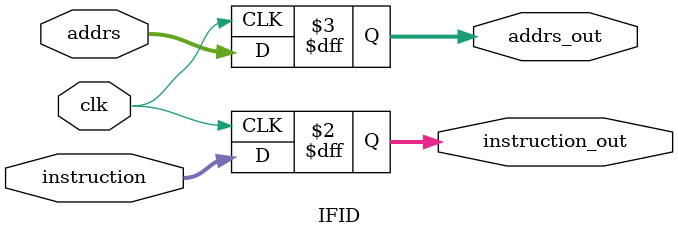
<source format=v>
`timescale 1ns / 1ps


module IFID(instruction, addrs, clk, instruction_out, addrs_out);
    input clk;
    input [31:0] instruction;
    input [31:0] addrs;
    output reg [31:0] instruction_out;
    output reg [31:0] addrs_out;
    always @(posedge clk) begin //passes through values to align execution times
        instruction_out = instruction;
        addrs_out = addrs;
    end
endmodule

</source>
